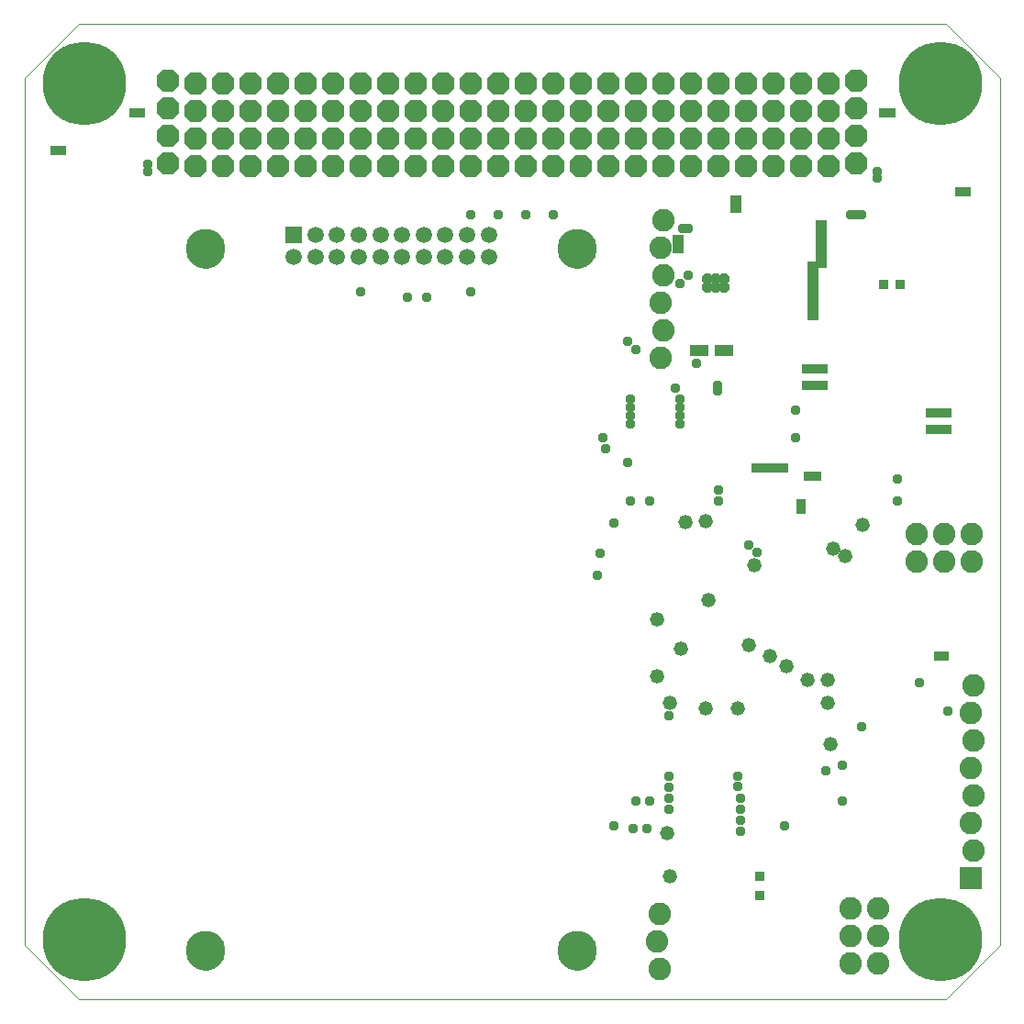
<source format=gbs>
G75*
%MOIN*%
%OFA0B0*%
%FSLAX25Y25*%
%IPPOS*%
%LPD*%
%AMOC8*
5,1,8,0,0,1.08239X$1,22.5*
%
%ADD10C,0.00000*%
%ADD11C,0.30328*%
%ADD12OC8,0.08200*%
%ADD13C,0.05200*%
%ADD14R,0.05950X0.05950*%
%ADD15C,0.05950*%
%ADD16C,0.14383*%
%ADD17R,0.08200X0.08200*%
%ADD18C,0.08200*%
%ADD19C,0.03778*%
%ADD20R,0.03778X0.03778*%
%ADD21OC8,0.03975*%
%ADD22R,0.03975X0.03975*%
D10*
X0020685Y0001812D02*
X0335646Y0001812D01*
X0355331Y0021497D01*
X0355331Y0336458D01*
X0335646Y0356143D01*
X0020685Y0356143D01*
X0001000Y0336458D01*
X0001000Y0021497D01*
X0020685Y0001812D01*
X0059855Y0019497D02*
X0059857Y0019664D01*
X0059863Y0019830D01*
X0059873Y0019997D01*
X0059888Y0020163D01*
X0059906Y0020328D01*
X0059929Y0020493D01*
X0059955Y0020658D01*
X0059985Y0020822D01*
X0060020Y0020985D01*
X0060059Y0021147D01*
X0060101Y0021308D01*
X0060147Y0021468D01*
X0060198Y0021627D01*
X0060252Y0021785D01*
X0060310Y0021941D01*
X0060372Y0022096D01*
X0060438Y0022249D01*
X0060507Y0022401D01*
X0060580Y0022550D01*
X0060657Y0022698D01*
X0060737Y0022844D01*
X0060821Y0022988D01*
X0060909Y0023130D01*
X0060999Y0023270D01*
X0061094Y0023407D01*
X0061191Y0023542D01*
X0061292Y0023675D01*
X0061396Y0023805D01*
X0061504Y0023933D01*
X0061614Y0024058D01*
X0061728Y0024180D01*
X0061844Y0024299D01*
X0061963Y0024415D01*
X0062085Y0024529D01*
X0062210Y0024639D01*
X0062338Y0024747D01*
X0062468Y0024851D01*
X0062601Y0024952D01*
X0062736Y0025049D01*
X0062873Y0025144D01*
X0063013Y0025234D01*
X0063155Y0025322D01*
X0063299Y0025406D01*
X0063445Y0025486D01*
X0063593Y0025563D01*
X0063742Y0025636D01*
X0063894Y0025705D01*
X0064047Y0025771D01*
X0064202Y0025833D01*
X0064358Y0025891D01*
X0064516Y0025945D01*
X0064675Y0025996D01*
X0064835Y0026042D01*
X0064996Y0026084D01*
X0065158Y0026123D01*
X0065321Y0026158D01*
X0065485Y0026188D01*
X0065650Y0026214D01*
X0065815Y0026237D01*
X0065980Y0026255D01*
X0066146Y0026270D01*
X0066313Y0026280D01*
X0066479Y0026286D01*
X0066646Y0026288D01*
X0066813Y0026286D01*
X0066979Y0026280D01*
X0067146Y0026270D01*
X0067312Y0026255D01*
X0067477Y0026237D01*
X0067642Y0026214D01*
X0067807Y0026188D01*
X0067971Y0026158D01*
X0068134Y0026123D01*
X0068296Y0026084D01*
X0068457Y0026042D01*
X0068617Y0025996D01*
X0068776Y0025945D01*
X0068934Y0025891D01*
X0069090Y0025833D01*
X0069245Y0025771D01*
X0069398Y0025705D01*
X0069550Y0025636D01*
X0069699Y0025563D01*
X0069847Y0025486D01*
X0069993Y0025406D01*
X0070137Y0025322D01*
X0070279Y0025234D01*
X0070419Y0025144D01*
X0070556Y0025049D01*
X0070691Y0024952D01*
X0070824Y0024851D01*
X0070954Y0024747D01*
X0071082Y0024639D01*
X0071207Y0024529D01*
X0071329Y0024415D01*
X0071448Y0024299D01*
X0071564Y0024180D01*
X0071678Y0024058D01*
X0071788Y0023933D01*
X0071896Y0023805D01*
X0072000Y0023675D01*
X0072101Y0023542D01*
X0072198Y0023407D01*
X0072293Y0023270D01*
X0072383Y0023130D01*
X0072471Y0022988D01*
X0072555Y0022844D01*
X0072635Y0022698D01*
X0072712Y0022550D01*
X0072785Y0022401D01*
X0072854Y0022249D01*
X0072920Y0022096D01*
X0072982Y0021941D01*
X0073040Y0021785D01*
X0073094Y0021627D01*
X0073145Y0021468D01*
X0073191Y0021308D01*
X0073233Y0021147D01*
X0073272Y0020985D01*
X0073307Y0020822D01*
X0073337Y0020658D01*
X0073363Y0020493D01*
X0073386Y0020328D01*
X0073404Y0020163D01*
X0073419Y0019997D01*
X0073429Y0019830D01*
X0073435Y0019664D01*
X0073437Y0019497D01*
X0073435Y0019330D01*
X0073429Y0019164D01*
X0073419Y0018997D01*
X0073404Y0018831D01*
X0073386Y0018666D01*
X0073363Y0018501D01*
X0073337Y0018336D01*
X0073307Y0018172D01*
X0073272Y0018009D01*
X0073233Y0017847D01*
X0073191Y0017686D01*
X0073145Y0017526D01*
X0073094Y0017367D01*
X0073040Y0017209D01*
X0072982Y0017053D01*
X0072920Y0016898D01*
X0072854Y0016745D01*
X0072785Y0016593D01*
X0072712Y0016444D01*
X0072635Y0016296D01*
X0072555Y0016150D01*
X0072471Y0016006D01*
X0072383Y0015864D01*
X0072293Y0015724D01*
X0072198Y0015587D01*
X0072101Y0015452D01*
X0072000Y0015319D01*
X0071896Y0015189D01*
X0071788Y0015061D01*
X0071678Y0014936D01*
X0071564Y0014814D01*
X0071448Y0014695D01*
X0071329Y0014579D01*
X0071207Y0014465D01*
X0071082Y0014355D01*
X0070954Y0014247D01*
X0070824Y0014143D01*
X0070691Y0014042D01*
X0070556Y0013945D01*
X0070419Y0013850D01*
X0070279Y0013760D01*
X0070137Y0013672D01*
X0069993Y0013588D01*
X0069847Y0013508D01*
X0069699Y0013431D01*
X0069550Y0013358D01*
X0069398Y0013289D01*
X0069245Y0013223D01*
X0069090Y0013161D01*
X0068934Y0013103D01*
X0068776Y0013049D01*
X0068617Y0012998D01*
X0068457Y0012952D01*
X0068296Y0012910D01*
X0068134Y0012871D01*
X0067971Y0012836D01*
X0067807Y0012806D01*
X0067642Y0012780D01*
X0067477Y0012757D01*
X0067312Y0012739D01*
X0067146Y0012724D01*
X0066979Y0012714D01*
X0066813Y0012708D01*
X0066646Y0012706D01*
X0066479Y0012708D01*
X0066313Y0012714D01*
X0066146Y0012724D01*
X0065980Y0012739D01*
X0065815Y0012757D01*
X0065650Y0012780D01*
X0065485Y0012806D01*
X0065321Y0012836D01*
X0065158Y0012871D01*
X0064996Y0012910D01*
X0064835Y0012952D01*
X0064675Y0012998D01*
X0064516Y0013049D01*
X0064358Y0013103D01*
X0064202Y0013161D01*
X0064047Y0013223D01*
X0063894Y0013289D01*
X0063742Y0013358D01*
X0063593Y0013431D01*
X0063445Y0013508D01*
X0063299Y0013588D01*
X0063155Y0013672D01*
X0063013Y0013760D01*
X0062873Y0013850D01*
X0062736Y0013945D01*
X0062601Y0014042D01*
X0062468Y0014143D01*
X0062338Y0014247D01*
X0062210Y0014355D01*
X0062085Y0014465D01*
X0061963Y0014579D01*
X0061844Y0014695D01*
X0061728Y0014814D01*
X0061614Y0014936D01*
X0061504Y0015061D01*
X0061396Y0015189D01*
X0061292Y0015319D01*
X0061191Y0015452D01*
X0061094Y0015587D01*
X0060999Y0015724D01*
X0060909Y0015864D01*
X0060821Y0016006D01*
X0060737Y0016150D01*
X0060657Y0016296D01*
X0060580Y0016444D01*
X0060507Y0016593D01*
X0060438Y0016745D01*
X0060372Y0016898D01*
X0060310Y0017053D01*
X0060252Y0017209D01*
X0060198Y0017367D01*
X0060147Y0017526D01*
X0060101Y0017686D01*
X0060059Y0017847D01*
X0060020Y0018009D01*
X0059985Y0018172D01*
X0059955Y0018336D01*
X0059929Y0018501D01*
X0059906Y0018666D01*
X0059888Y0018831D01*
X0059873Y0018997D01*
X0059863Y0019164D01*
X0059857Y0019330D01*
X0059855Y0019497D01*
X0194855Y0019497D02*
X0194857Y0019664D01*
X0194863Y0019830D01*
X0194873Y0019997D01*
X0194888Y0020163D01*
X0194906Y0020328D01*
X0194929Y0020493D01*
X0194955Y0020658D01*
X0194985Y0020822D01*
X0195020Y0020985D01*
X0195059Y0021147D01*
X0195101Y0021308D01*
X0195147Y0021468D01*
X0195198Y0021627D01*
X0195252Y0021785D01*
X0195310Y0021941D01*
X0195372Y0022096D01*
X0195438Y0022249D01*
X0195507Y0022401D01*
X0195580Y0022550D01*
X0195657Y0022698D01*
X0195737Y0022844D01*
X0195821Y0022988D01*
X0195909Y0023130D01*
X0195999Y0023270D01*
X0196094Y0023407D01*
X0196191Y0023542D01*
X0196292Y0023675D01*
X0196396Y0023805D01*
X0196504Y0023933D01*
X0196614Y0024058D01*
X0196728Y0024180D01*
X0196844Y0024299D01*
X0196963Y0024415D01*
X0197085Y0024529D01*
X0197210Y0024639D01*
X0197338Y0024747D01*
X0197468Y0024851D01*
X0197601Y0024952D01*
X0197736Y0025049D01*
X0197873Y0025144D01*
X0198013Y0025234D01*
X0198155Y0025322D01*
X0198299Y0025406D01*
X0198445Y0025486D01*
X0198593Y0025563D01*
X0198742Y0025636D01*
X0198894Y0025705D01*
X0199047Y0025771D01*
X0199202Y0025833D01*
X0199358Y0025891D01*
X0199516Y0025945D01*
X0199675Y0025996D01*
X0199835Y0026042D01*
X0199996Y0026084D01*
X0200158Y0026123D01*
X0200321Y0026158D01*
X0200485Y0026188D01*
X0200650Y0026214D01*
X0200815Y0026237D01*
X0200980Y0026255D01*
X0201146Y0026270D01*
X0201313Y0026280D01*
X0201479Y0026286D01*
X0201646Y0026288D01*
X0201813Y0026286D01*
X0201979Y0026280D01*
X0202146Y0026270D01*
X0202312Y0026255D01*
X0202477Y0026237D01*
X0202642Y0026214D01*
X0202807Y0026188D01*
X0202971Y0026158D01*
X0203134Y0026123D01*
X0203296Y0026084D01*
X0203457Y0026042D01*
X0203617Y0025996D01*
X0203776Y0025945D01*
X0203934Y0025891D01*
X0204090Y0025833D01*
X0204245Y0025771D01*
X0204398Y0025705D01*
X0204550Y0025636D01*
X0204699Y0025563D01*
X0204847Y0025486D01*
X0204993Y0025406D01*
X0205137Y0025322D01*
X0205279Y0025234D01*
X0205419Y0025144D01*
X0205556Y0025049D01*
X0205691Y0024952D01*
X0205824Y0024851D01*
X0205954Y0024747D01*
X0206082Y0024639D01*
X0206207Y0024529D01*
X0206329Y0024415D01*
X0206448Y0024299D01*
X0206564Y0024180D01*
X0206678Y0024058D01*
X0206788Y0023933D01*
X0206896Y0023805D01*
X0207000Y0023675D01*
X0207101Y0023542D01*
X0207198Y0023407D01*
X0207293Y0023270D01*
X0207383Y0023130D01*
X0207471Y0022988D01*
X0207555Y0022844D01*
X0207635Y0022698D01*
X0207712Y0022550D01*
X0207785Y0022401D01*
X0207854Y0022249D01*
X0207920Y0022096D01*
X0207982Y0021941D01*
X0208040Y0021785D01*
X0208094Y0021627D01*
X0208145Y0021468D01*
X0208191Y0021308D01*
X0208233Y0021147D01*
X0208272Y0020985D01*
X0208307Y0020822D01*
X0208337Y0020658D01*
X0208363Y0020493D01*
X0208386Y0020328D01*
X0208404Y0020163D01*
X0208419Y0019997D01*
X0208429Y0019830D01*
X0208435Y0019664D01*
X0208437Y0019497D01*
X0208435Y0019330D01*
X0208429Y0019164D01*
X0208419Y0018997D01*
X0208404Y0018831D01*
X0208386Y0018666D01*
X0208363Y0018501D01*
X0208337Y0018336D01*
X0208307Y0018172D01*
X0208272Y0018009D01*
X0208233Y0017847D01*
X0208191Y0017686D01*
X0208145Y0017526D01*
X0208094Y0017367D01*
X0208040Y0017209D01*
X0207982Y0017053D01*
X0207920Y0016898D01*
X0207854Y0016745D01*
X0207785Y0016593D01*
X0207712Y0016444D01*
X0207635Y0016296D01*
X0207555Y0016150D01*
X0207471Y0016006D01*
X0207383Y0015864D01*
X0207293Y0015724D01*
X0207198Y0015587D01*
X0207101Y0015452D01*
X0207000Y0015319D01*
X0206896Y0015189D01*
X0206788Y0015061D01*
X0206678Y0014936D01*
X0206564Y0014814D01*
X0206448Y0014695D01*
X0206329Y0014579D01*
X0206207Y0014465D01*
X0206082Y0014355D01*
X0205954Y0014247D01*
X0205824Y0014143D01*
X0205691Y0014042D01*
X0205556Y0013945D01*
X0205419Y0013850D01*
X0205279Y0013760D01*
X0205137Y0013672D01*
X0204993Y0013588D01*
X0204847Y0013508D01*
X0204699Y0013431D01*
X0204550Y0013358D01*
X0204398Y0013289D01*
X0204245Y0013223D01*
X0204090Y0013161D01*
X0203934Y0013103D01*
X0203776Y0013049D01*
X0203617Y0012998D01*
X0203457Y0012952D01*
X0203296Y0012910D01*
X0203134Y0012871D01*
X0202971Y0012836D01*
X0202807Y0012806D01*
X0202642Y0012780D01*
X0202477Y0012757D01*
X0202312Y0012739D01*
X0202146Y0012724D01*
X0201979Y0012714D01*
X0201813Y0012708D01*
X0201646Y0012706D01*
X0201479Y0012708D01*
X0201313Y0012714D01*
X0201146Y0012724D01*
X0200980Y0012739D01*
X0200815Y0012757D01*
X0200650Y0012780D01*
X0200485Y0012806D01*
X0200321Y0012836D01*
X0200158Y0012871D01*
X0199996Y0012910D01*
X0199835Y0012952D01*
X0199675Y0012998D01*
X0199516Y0013049D01*
X0199358Y0013103D01*
X0199202Y0013161D01*
X0199047Y0013223D01*
X0198894Y0013289D01*
X0198742Y0013358D01*
X0198593Y0013431D01*
X0198445Y0013508D01*
X0198299Y0013588D01*
X0198155Y0013672D01*
X0198013Y0013760D01*
X0197873Y0013850D01*
X0197736Y0013945D01*
X0197601Y0014042D01*
X0197468Y0014143D01*
X0197338Y0014247D01*
X0197210Y0014355D01*
X0197085Y0014465D01*
X0196963Y0014579D01*
X0196844Y0014695D01*
X0196728Y0014814D01*
X0196614Y0014936D01*
X0196504Y0015061D01*
X0196396Y0015189D01*
X0196292Y0015319D01*
X0196191Y0015452D01*
X0196094Y0015587D01*
X0195999Y0015724D01*
X0195909Y0015864D01*
X0195821Y0016006D01*
X0195737Y0016150D01*
X0195657Y0016296D01*
X0195580Y0016444D01*
X0195507Y0016593D01*
X0195438Y0016745D01*
X0195372Y0016898D01*
X0195310Y0017053D01*
X0195252Y0017209D01*
X0195198Y0017367D01*
X0195147Y0017526D01*
X0195101Y0017686D01*
X0195059Y0017847D01*
X0195020Y0018009D01*
X0194985Y0018172D01*
X0194955Y0018336D01*
X0194929Y0018501D01*
X0194906Y0018666D01*
X0194888Y0018831D01*
X0194873Y0018997D01*
X0194863Y0019164D01*
X0194857Y0019330D01*
X0194855Y0019497D01*
X0194855Y0274497D02*
X0194857Y0274664D01*
X0194863Y0274830D01*
X0194873Y0274997D01*
X0194888Y0275163D01*
X0194906Y0275328D01*
X0194929Y0275493D01*
X0194955Y0275658D01*
X0194985Y0275822D01*
X0195020Y0275985D01*
X0195059Y0276147D01*
X0195101Y0276308D01*
X0195147Y0276468D01*
X0195198Y0276627D01*
X0195252Y0276785D01*
X0195310Y0276941D01*
X0195372Y0277096D01*
X0195438Y0277249D01*
X0195507Y0277401D01*
X0195580Y0277550D01*
X0195657Y0277698D01*
X0195737Y0277844D01*
X0195821Y0277988D01*
X0195909Y0278130D01*
X0195999Y0278270D01*
X0196094Y0278407D01*
X0196191Y0278542D01*
X0196292Y0278675D01*
X0196396Y0278805D01*
X0196504Y0278933D01*
X0196614Y0279058D01*
X0196728Y0279180D01*
X0196844Y0279299D01*
X0196963Y0279415D01*
X0197085Y0279529D01*
X0197210Y0279639D01*
X0197338Y0279747D01*
X0197468Y0279851D01*
X0197601Y0279952D01*
X0197736Y0280049D01*
X0197873Y0280144D01*
X0198013Y0280234D01*
X0198155Y0280322D01*
X0198299Y0280406D01*
X0198445Y0280486D01*
X0198593Y0280563D01*
X0198742Y0280636D01*
X0198894Y0280705D01*
X0199047Y0280771D01*
X0199202Y0280833D01*
X0199358Y0280891D01*
X0199516Y0280945D01*
X0199675Y0280996D01*
X0199835Y0281042D01*
X0199996Y0281084D01*
X0200158Y0281123D01*
X0200321Y0281158D01*
X0200485Y0281188D01*
X0200650Y0281214D01*
X0200815Y0281237D01*
X0200980Y0281255D01*
X0201146Y0281270D01*
X0201313Y0281280D01*
X0201479Y0281286D01*
X0201646Y0281288D01*
X0201813Y0281286D01*
X0201979Y0281280D01*
X0202146Y0281270D01*
X0202312Y0281255D01*
X0202477Y0281237D01*
X0202642Y0281214D01*
X0202807Y0281188D01*
X0202971Y0281158D01*
X0203134Y0281123D01*
X0203296Y0281084D01*
X0203457Y0281042D01*
X0203617Y0280996D01*
X0203776Y0280945D01*
X0203934Y0280891D01*
X0204090Y0280833D01*
X0204245Y0280771D01*
X0204398Y0280705D01*
X0204550Y0280636D01*
X0204699Y0280563D01*
X0204847Y0280486D01*
X0204993Y0280406D01*
X0205137Y0280322D01*
X0205279Y0280234D01*
X0205419Y0280144D01*
X0205556Y0280049D01*
X0205691Y0279952D01*
X0205824Y0279851D01*
X0205954Y0279747D01*
X0206082Y0279639D01*
X0206207Y0279529D01*
X0206329Y0279415D01*
X0206448Y0279299D01*
X0206564Y0279180D01*
X0206678Y0279058D01*
X0206788Y0278933D01*
X0206896Y0278805D01*
X0207000Y0278675D01*
X0207101Y0278542D01*
X0207198Y0278407D01*
X0207293Y0278270D01*
X0207383Y0278130D01*
X0207471Y0277988D01*
X0207555Y0277844D01*
X0207635Y0277698D01*
X0207712Y0277550D01*
X0207785Y0277401D01*
X0207854Y0277249D01*
X0207920Y0277096D01*
X0207982Y0276941D01*
X0208040Y0276785D01*
X0208094Y0276627D01*
X0208145Y0276468D01*
X0208191Y0276308D01*
X0208233Y0276147D01*
X0208272Y0275985D01*
X0208307Y0275822D01*
X0208337Y0275658D01*
X0208363Y0275493D01*
X0208386Y0275328D01*
X0208404Y0275163D01*
X0208419Y0274997D01*
X0208429Y0274830D01*
X0208435Y0274664D01*
X0208437Y0274497D01*
X0208435Y0274330D01*
X0208429Y0274164D01*
X0208419Y0273997D01*
X0208404Y0273831D01*
X0208386Y0273666D01*
X0208363Y0273501D01*
X0208337Y0273336D01*
X0208307Y0273172D01*
X0208272Y0273009D01*
X0208233Y0272847D01*
X0208191Y0272686D01*
X0208145Y0272526D01*
X0208094Y0272367D01*
X0208040Y0272209D01*
X0207982Y0272053D01*
X0207920Y0271898D01*
X0207854Y0271745D01*
X0207785Y0271593D01*
X0207712Y0271444D01*
X0207635Y0271296D01*
X0207555Y0271150D01*
X0207471Y0271006D01*
X0207383Y0270864D01*
X0207293Y0270724D01*
X0207198Y0270587D01*
X0207101Y0270452D01*
X0207000Y0270319D01*
X0206896Y0270189D01*
X0206788Y0270061D01*
X0206678Y0269936D01*
X0206564Y0269814D01*
X0206448Y0269695D01*
X0206329Y0269579D01*
X0206207Y0269465D01*
X0206082Y0269355D01*
X0205954Y0269247D01*
X0205824Y0269143D01*
X0205691Y0269042D01*
X0205556Y0268945D01*
X0205419Y0268850D01*
X0205279Y0268760D01*
X0205137Y0268672D01*
X0204993Y0268588D01*
X0204847Y0268508D01*
X0204699Y0268431D01*
X0204550Y0268358D01*
X0204398Y0268289D01*
X0204245Y0268223D01*
X0204090Y0268161D01*
X0203934Y0268103D01*
X0203776Y0268049D01*
X0203617Y0267998D01*
X0203457Y0267952D01*
X0203296Y0267910D01*
X0203134Y0267871D01*
X0202971Y0267836D01*
X0202807Y0267806D01*
X0202642Y0267780D01*
X0202477Y0267757D01*
X0202312Y0267739D01*
X0202146Y0267724D01*
X0201979Y0267714D01*
X0201813Y0267708D01*
X0201646Y0267706D01*
X0201479Y0267708D01*
X0201313Y0267714D01*
X0201146Y0267724D01*
X0200980Y0267739D01*
X0200815Y0267757D01*
X0200650Y0267780D01*
X0200485Y0267806D01*
X0200321Y0267836D01*
X0200158Y0267871D01*
X0199996Y0267910D01*
X0199835Y0267952D01*
X0199675Y0267998D01*
X0199516Y0268049D01*
X0199358Y0268103D01*
X0199202Y0268161D01*
X0199047Y0268223D01*
X0198894Y0268289D01*
X0198742Y0268358D01*
X0198593Y0268431D01*
X0198445Y0268508D01*
X0198299Y0268588D01*
X0198155Y0268672D01*
X0198013Y0268760D01*
X0197873Y0268850D01*
X0197736Y0268945D01*
X0197601Y0269042D01*
X0197468Y0269143D01*
X0197338Y0269247D01*
X0197210Y0269355D01*
X0197085Y0269465D01*
X0196963Y0269579D01*
X0196844Y0269695D01*
X0196728Y0269814D01*
X0196614Y0269936D01*
X0196504Y0270061D01*
X0196396Y0270189D01*
X0196292Y0270319D01*
X0196191Y0270452D01*
X0196094Y0270587D01*
X0195999Y0270724D01*
X0195909Y0270864D01*
X0195821Y0271006D01*
X0195737Y0271150D01*
X0195657Y0271296D01*
X0195580Y0271444D01*
X0195507Y0271593D01*
X0195438Y0271745D01*
X0195372Y0271898D01*
X0195310Y0272053D01*
X0195252Y0272209D01*
X0195198Y0272367D01*
X0195147Y0272526D01*
X0195101Y0272686D01*
X0195059Y0272847D01*
X0195020Y0273009D01*
X0194985Y0273172D01*
X0194955Y0273336D01*
X0194929Y0273501D01*
X0194906Y0273666D01*
X0194888Y0273831D01*
X0194873Y0273997D01*
X0194863Y0274164D01*
X0194857Y0274330D01*
X0194855Y0274497D01*
X0059855Y0274497D02*
X0059857Y0274664D01*
X0059863Y0274830D01*
X0059873Y0274997D01*
X0059888Y0275163D01*
X0059906Y0275328D01*
X0059929Y0275493D01*
X0059955Y0275658D01*
X0059985Y0275822D01*
X0060020Y0275985D01*
X0060059Y0276147D01*
X0060101Y0276308D01*
X0060147Y0276468D01*
X0060198Y0276627D01*
X0060252Y0276785D01*
X0060310Y0276941D01*
X0060372Y0277096D01*
X0060438Y0277249D01*
X0060507Y0277401D01*
X0060580Y0277550D01*
X0060657Y0277698D01*
X0060737Y0277844D01*
X0060821Y0277988D01*
X0060909Y0278130D01*
X0060999Y0278270D01*
X0061094Y0278407D01*
X0061191Y0278542D01*
X0061292Y0278675D01*
X0061396Y0278805D01*
X0061504Y0278933D01*
X0061614Y0279058D01*
X0061728Y0279180D01*
X0061844Y0279299D01*
X0061963Y0279415D01*
X0062085Y0279529D01*
X0062210Y0279639D01*
X0062338Y0279747D01*
X0062468Y0279851D01*
X0062601Y0279952D01*
X0062736Y0280049D01*
X0062873Y0280144D01*
X0063013Y0280234D01*
X0063155Y0280322D01*
X0063299Y0280406D01*
X0063445Y0280486D01*
X0063593Y0280563D01*
X0063742Y0280636D01*
X0063894Y0280705D01*
X0064047Y0280771D01*
X0064202Y0280833D01*
X0064358Y0280891D01*
X0064516Y0280945D01*
X0064675Y0280996D01*
X0064835Y0281042D01*
X0064996Y0281084D01*
X0065158Y0281123D01*
X0065321Y0281158D01*
X0065485Y0281188D01*
X0065650Y0281214D01*
X0065815Y0281237D01*
X0065980Y0281255D01*
X0066146Y0281270D01*
X0066313Y0281280D01*
X0066479Y0281286D01*
X0066646Y0281288D01*
X0066813Y0281286D01*
X0066979Y0281280D01*
X0067146Y0281270D01*
X0067312Y0281255D01*
X0067477Y0281237D01*
X0067642Y0281214D01*
X0067807Y0281188D01*
X0067971Y0281158D01*
X0068134Y0281123D01*
X0068296Y0281084D01*
X0068457Y0281042D01*
X0068617Y0280996D01*
X0068776Y0280945D01*
X0068934Y0280891D01*
X0069090Y0280833D01*
X0069245Y0280771D01*
X0069398Y0280705D01*
X0069550Y0280636D01*
X0069699Y0280563D01*
X0069847Y0280486D01*
X0069993Y0280406D01*
X0070137Y0280322D01*
X0070279Y0280234D01*
X0070419Y0280144D01*
X0070556Y0280049D01*
X0070691Y0279952D01*
X0070824Y0279851D01*
X0070954Y0279747D01*
X0071082Y0279639D01*
X0071207Y0279529D01*
X0071329Y0279415D01*
X0071448Y0279299D01*
X0071564Y0279180D01*
X0071678Y0279058D01*
X0071788Y0278933D01*
X0071896Y0278805D01*
X0072000Y0278675D01*
X0072101Y0278542D01*
X0072198Y0278407D01*
X0072293Y0278270D01*
X0072383Y0278130D01*
X0072471Y0277988D01*
X0072555Y0277844D01*
X0072635Y0277698D01*
X0072712Y0277550D01*
X0072785Y0277401D01*
X0072854Y0277249D01*
X0072920Y0277096D01*
X0072982Y0276941D01*
X0073040Y0276785D01*
X0073094Y0276627D01*
X0073145Y0276468D01*
X0073191Y0276308D01*
X0073233Y0276147D01*
X0073272Y0275985D01*
X0073307Y0275822D01*
X0073337Y0275658D01*
X0073363Y0275493D01*
X0073386Y0275328D01*
X0073404Y0275163D01*
X0073419Y0274997D01*
X0073429Y0274830D01*
X0073435Y0274664D01*
X0073437Y0274497D01*
X0073435Y0274330D01*
X0073429Y0274164D01*
X0073419Y0273997D01*
X0073404Y0273831D01*
X0073386Y0273666D01*
X0073363Y0273501D01*
X0073337Y0273336D01*
X0073307Y0273172D01*
X0073272Y0273009D01*
X0073233Y0272847D01*
X0073191Y0272686D01*
X0073145Y0272526D01*
X0073094Y0272367D01*
X0073040Y0272209D01*
X0072982Y0272053D01*
X0072920Y0271898D01*
X0072854Y0271745D01*
X0072785Y0271593D01*
X0072712Y0271444D01*
X0072635Y0271296D01*
X0072555Y0271150D01*
X0072471Y0271006D01*
X0072383Y0270864D01*
X0072293Y0270724D01*
X0072198Y0270587D01*
X0072101Y0270452D01*
X0072000Y0270319D01*
X0071896Y0270189D01*
X0071788Y0270061D01*
X0071678Y0269936D01*
X0071564Y0269814D01*
X0071448Y0269695D01*
X0071329Y0269579D01*
X0071207Y0269465D01*
X0071082Y0269355D01*
X0070954Y0269247D01*
X0070824Y0269143D01*
X0070691Y0269042D01*
X0070556Y0268945D01*
X0070419Y0268850D01*
X0070279Y0268760D01*
X0070137Y0268672D01*
X0069993Y0268588D01*
X0069847Y0268508D01*
X0069699Y0268431D01*
X0069550Y0268358D01*
X0069398Y0268289D01*
X0069245Y0268223D01*
X0069090Y0268161D01*
X0068934Y0268103D01*
X0068776Y0268049D01*
X0068617Y0267998D01*
X0068457Y0267952D01*
X0068296Y0267910D01*
X0068134Y0267871D01*
X0067971Y0267836D01*
X0067807Y0267806D01*
X0067642Y0267780D01*
X0067477Y0267757D01*
X0067312Y0267739D01*
X0067146Y0267724D01*
X0066979Y0267714D01*
X0066813Y0267708D01*
X0066646Y0267706D01*
X0066479Y0267708D01*
X0066313Y0267714D01*
X0066146Y0267724D01*
X0065980Y0267739D01*
X0065815Y0267757D01*
X0065650Y0267780D01*
X0065485Y0267806D01*
X0065321Y0267836D01*
X0065158Y0267871D01*
X0064996Y0267910D01*
X0064835Y0267952D01*
X0064675Y0267998D01*
X0064516Y0268049D01*
X0064358Y0268103D01*
X0064202Y0268161D01*
X0064047Y0268223D01*
X0063894Y0268289D01*
X0063742Y0268358D01*
X0063593Y0268431D01*
X0063445Y0268508D01*
X0063299Y0268588D01*
X0063155Y0268672D01*
X0063013Y0268760D01*
X0062873Y0268850D01*
X0062736Y0268945D01*
X0062601Y0269042D01*
X0062468Y0269143D01*
X0062338Y0269247D01*
X0062210Y0269355D01*
X0062085Y0269465D01*
X0061963Y0269579D01*
X0061844Y0269695D01*
X0061728Y0269814D01*
X0061614Y0269936D01*
X0061504Y0270061D01*
X0061396Y0270189D01*
X0061292Y0270319D01*
X0061191Y0270452D01*
X0061094Y0270587D01*
X0060999Y0270724D01*
X0060909Y0270864D01*
X0060821Y0271006D01*
X0060737Y0271150D01*
X0060657Y0271296D01*
X0060580Y0271444D01*
X0060507Y0271593D01*
X0060438Y0271745D01*
X0060372Y0271898D01*
X0060310Y0272053D01*
X0060252Y0272209D01*
X0060198Y0272367D01*
X0060147Y0272526D01*
X0060101Y0272686D01*
X0060059Y0272847D01*
X0060020Y0273009D01*
X0059985Y0273172D01*
X0059955Y0273336D01*
X0059929Y0273501D01*
X0059906Y0273666D01*
X0059888Y0273831D01*
X0059873Y0273997D01*
X0059863Y0274164D01*
X0059857Y0274330D01*
X0059855Y0274497D01*
D11*
X0022654Y0334490D03*
X0333677Y0334490D03*
X0333677Y0023466D03*
X0022654Y0023466D03*
D12*
X0053165Y0305490D03*
X0053165Y0315490D03*
X0053165Y0325490D03*
X0053165Y0335490D03*
X0063165Y0334490D03*
X0073165Y0334490D03*
X0083165Y0334490D03*
X0093165Y0334490D03*
X0103165Y0334490D03*
X0113165Y0334490D03*
X0123165Y0334490D03*
X0133165Y0334490D03*
X0143165Y0334490D03*
X0153165Y0334490D03*
X0163165Y0334490D03*
X0173165Y0334490D03*
X0183165Y0334490D03*
X0193165Y0334490D03*
X0203165Y0334490D03*
X0213165Y0334490D03*
X0223165Y0334490D03*
X0233165Y0334490D03*
X0243165Y0334490D03*
X0253165Y0334490D03*
X0263165Y0334490D03*
X0273165Y0334490D03*
X0283165Y0334490D03*
X0293165Y0334490D03*
X0293165Y0324490D03*
X0293165Y0314490D03*
X0283165Y0314490D03*
X0283165Y0324490D03*
X0273165Y0324490D03*
X0273165Y0314490D03*
X0263165Y0314490D03*
X0263165Y0324490D03*
X0253165Y0324490D03*
X0253165Y0314490D03*
X0243165Y0314490D03*
X0243165Y0324490D03*
X0233165Y0324490D03*
X0233165Y0314490D03*
X0223165Y0314490D03*
X0223165Y0324490D03*
X0213165Y0324490D03*
X0213165Y0314490D03*
X0203165Y0314490D03*
X0203165Y0324490D03*
X0193165Y0324490D03*
X0193165Y0314490D03*
X0183165Y0314490D03*
X0183165Y0324490D03*
X0173165Y0324490D03*
X0173165Y0314490D03*
X0163165Y0314490D03*
X0163165Y0324490D03*
X0153165Y0324490D03*
X0153165Y0314490D03*
X0143165Y0314490D03*
X0143165Y0324490D03*
X0133165Y0324490D03*
X0133165Y0314490D03*
X0123165Y0314490D03*
X0123165Y0324490D03*
X0113165Y0324490D03*
X0113165Y0314490D03*
X0103165Y0314490D03*
X0103165Y0324490D03*
X0093165Y0324490D03*
X0093165Y0314490D03*
X0083165Y0314490D03*
X0083165Y0324490D03*
X0073165Y0324490D03*
X0073165Y0314490D03*
X0063165Y0314490D03*
X0063165Y0324490D03*
X0063165Y0304490D03*
X0073165Y0304490D03*
X0083165Y0304490D03*
X0093165Y0304490D03*
X0103165Y0304490D03*
X0113165Y0304490D03*
X0123165Y0304490D03*
X0133165Y0304490D03*
X0143165Y0304490D03*
X0153165Y0304490D03*
X0163165Y0304490D03*
X0173165Y0304490D03*
X0183165Y0304490D03*
X0193165Y0304490D03*
X0203165Y0304490D03*
X0213165Y0304490D03*
X0223165Y0304490D03*
X0233165Y0304490D03*
X0243165Y0304490D03*
X0253165Y0304490D03*
X0263165Y0304490D03*
X0273165Y0304490D03*
X0283165Y0304490D03*
X0293165Y0304490D03*
X0303165Y0305490D03*
X0303165Y0315490D03*
X0303165Y0325490D03*
X0303165Y0335490D03*
D13*
X0248516Y0175517D03*
X0241035Y0175419D03*
X0266134Y0159671D03*
X0249402Y0146875D03*
X0230701Y0139986D03*
X0239559Y0129159D03*
X0230701Y0119316D03*
X0235622Y0109474D03*
X0248417Y0107505D03*
X0260228Y0107505D03*
X0271647Y0126614D03*
X0277895Y0122993D03*
X0285415Y0117978D03*
X0292915Y0117978D03*
X0292709Y0109474D03*
X0293693Y0094710D03*
X0264165Y0130527D03*
X0294677Y0165576D03*
X0299106Y0163116D03*
X0305504Y0174434D03*
X0234638Y0062230D03*
X0235622Y0046482D03*
D14*
X0098811Y0279497D03*
D15*
X0098811Y0271623D03*
X0106685Y0271623D03*
X0114559Y0271623D03*
X0122433Y0271623D03*
X0130307Y0271623D03*
X0130307Y0279497D03*
X0122433Y0279497D03*
X0114559Y0279497D03*
X0106685Y0279497D03*
X0138181Y0279497D03*
X0138181Y0271623D03*
X0146055Y0271623D03*
X0153929Y0271623D03*
X0161803Y0271623D03*
X0169677Y0271623D03*
X0169677Y0279497D03*
X0161803Y0279497D03*
X0153929Y0279497D03*
X0146055Y0279497D03*
D16*
X0201646Y0274497D03*
X0066646Y0274497D03*
X0066646Y0019497D03*
X0201646Y0019497D03*
D17*
X0344665Y0045978D03*
D18*
X0345665Y0055978D03*
X0344665Y0065978D03*
X0345665Y0075978D03*
X0344665Y0085978D03*
X0345665Y0095978D03*
X0344665Y0105978D03*
X0345665Y0115978D03*
X0345165Y0160978D03*
X0335165Y0160978D03*
X0335165Y0170978D03*
X0345165Y0170978D03*
X0325165Y0170978D03*
X0325165Y0160978D03*
X0233165Y0244978D03*
X0232165Y0254978D03*
X0233165Y0264978D03*
X0232165Y0274978D03*
X0233165Y0284978D03*
X0232165Y0234978D03*
X0231665Y0032978D03*
X0230665Y0022978D03*
X0231665Y0012978D03*
X0301165Y0014978D03*
X0301165Y0024978D03*
X0301165Y0034978D03*
X0311165Y0034978D03*
X0311165Y0024978D03*
X0311165Y0014978D03*
D19*
X0277165Y0064978D03*
X0261165Y0066978D03*
X0261165Y0070978D03*
X0261165Y0074978D03*
X0260165Y0079200D03*
X0260165Y0082978D03*
X0261165Y0062978D03*
X0235165Y0070978D03*
X0235165Y0074978D03*
X0235165Y0078978D03*
X0235165Y0082978D03*
X0228165Y0073978D03*
X0223165Y0073978D03*
X0215165Y0064978D03*
X0222165Y0063978D03*
X0227165Y0063978D03*
X0235165Y0104978D03*
X0209165Y0155978D03*
X0210092Y0163904D03*
X0215165Y0174978D03*
X0221165Y0182978D03*
X0228165Y0182978D03*
X0220165Y0196978D03*
X0212165Y0201978D03*
X0211165Y0205978D03*
X0221165Y0210978D03*
X0221165Y0213978D03*
X0221165Y0216978D03*
X0221165Y0219978D03*
X0237454Y0223978D03*
X0239165Y0219978D03*
X0239165Y0216978D03*
X0239165Y0213978D03*
X0239165Y0210978D03*
X0252665Y0222978D03*
X0252665Y0224978D03*
X0245165Y0232978D03*
X0223165Y0237978D03*
X0220137Y0240950D03*
X0239165Y0261978D03*
X0242165Y0264978D03*
X0242165Y0281978D03*
X0240165Y0281978D03*
X0193165Y0286978D03*
X0183165Y0286978D03*
X0173165Y0286978D03*
X0163165Y0286978D03*
X0163165Y0258978D03*
X0147165Y0256978D03*
X0140165Y0256978D03*
X0123165Y0258978D03*
X0045665Y0302728D03*
X0045665Y0305228D03*
X0253165Y0186978D03*
X0253165Y0182978D03*
X0264165Y0166978D03*
X0267165Y0164160D03*
X0281165Y0205978D03*
X0281165Y0215978D03*
X0318165Y0190978D03*
X0318165Y0182978D03*
X0326165Y0116978D03*
X0336415Y0106728D03*
X0305165Y0100978D03*
X0298165Y0086978D03*
X0292165Y0084978D03*
X0298165Y0073978D03*
X0301165Y0286978D03*
X0303165Y0286978D03*
X0305165Y0286978D03*
X0310665Y0300228D03*
X0310665Y0302728D03*
D20*
X0313274Y0324084D03*
X0315774Y0324084D03*
X0340774Y0295334D03*
X0343274Y0295334D03*
X0319165Y0261478D03*
X0313165Y0261478D03*
X0291165Y0230978D03*
X0288165Y0230978D03*
X0285165Y0230978D03*
X0285165Y0224978D03*
X0288165Y0224978D03*
X0291165Y0224978D03*
X0276665Y0194978D03*
X0274665Y0194978D03*
X0272665Y0194978D03*
X0270665Y0194978D03*
X0268665Y0194978D03*
X0266665Y0194978D03*
X0283165Y0181978D03*
X0283165Y0179978D03*
X0285665Y0191978D03*
X0288665Y0191978D03*
X0330165Y0208978D03*
X0333165Y0208978D03*
X0336165Y0208978D03*
X0336165Y0214978D03*
X0333165Y0214978D03*
X0330165Y0214978D03*
X0333165Y0126478D03*
X0335165Y0126478D03*
X0268165Y0046478D03*
X0268165Y0039478D03*
X0014524Y0310334D03*
X0012024Y0310334D03*
X0040774Y0324084D03*
X0043274Y0324084D03*
D21*
X0249165Y0263478D03*
X0249165Y0260478D03*
X0252165Y0260478D03*
X0252165Y0263478D03*
X0255165Y0263478D03*
X0255165Y0260478D03*
D22*
X0238465Y0274978D03*
X0238465Y0277478D03*
X0259465Y0289478D03*
X0259465Y0291978D03*
X0290465Y0282978D03*
X0290465Y0280478D03*
X0290465Y0277978D03*
X0290465Y0275478D03*
X0290465Y0272478D03*
X0290465Y0269478D03*
X0287465Y0267978D03*
X0287465Y0265478D03*
X0287465Y0262978D03*
X0287465Y0260478D03*
X0287465Y0257978D03*
X0287465Y0255478D03*
X0287465Y0252978D03*
X0287465Y0250478D03*
X0256465Y0237478D03*
X0253965Y0237478D03*
X0247465Y0237478D03*
X0244965Y0237478D03*
M02*

</source>
